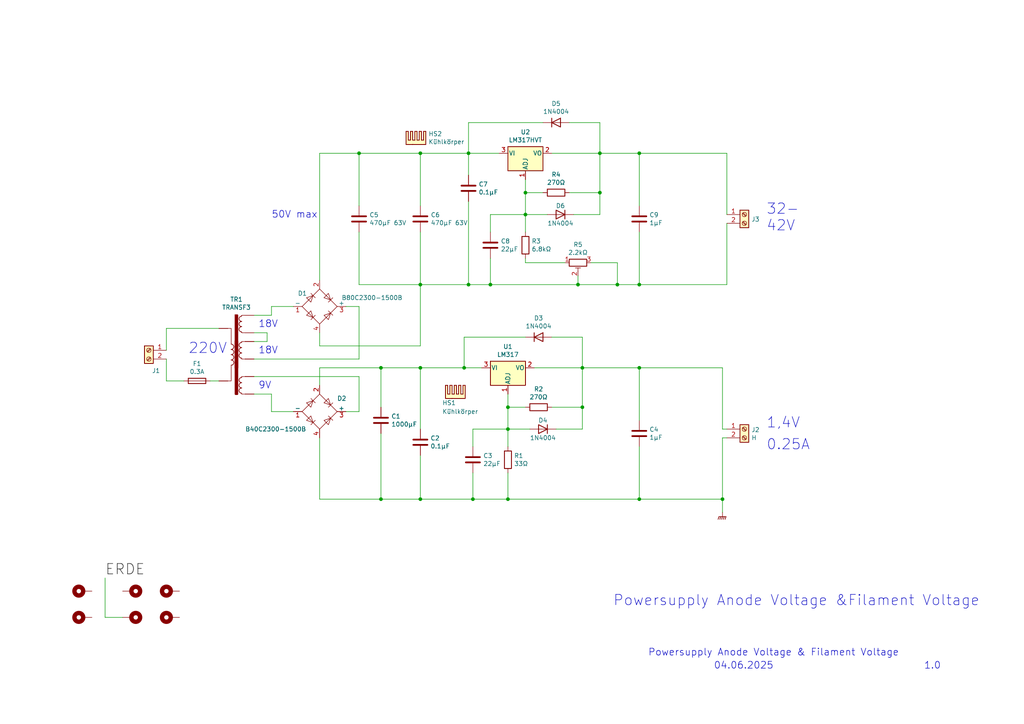
<source format=kicad_sch>
(kicad_sch (version 20250114) (generator "eeschema") (generator_version "9.0")
  (paper "A4")
  (lib_symbols
    (symbol "Connector:Screw_Terminal_01x02" (pin_names (offset 1.016) (hide yes))
      (property "Reference" "J" (at 0 2.54 0))
      (property "Value" "Screw_Terminal_01x02" (at 0 -5.08 0))
      (symbol "Screw_Terminal_01x02_1_1"
        (rectangle (start -1.27 1.27) (end 1.27 -3.81) (stroke (width 0.254)) (fill (type background)))
        (polyline (pts (xy -0.5334 0.3302) (xy 0.3302 -0.508)) (stroke (width 0.1524)))
        (polyline (pts (xy -0.5334 -2.2098) (xy 0.3302 -3.048)) (stroke (width 0.1524)))
        (polyline (pts (xy -0.3556 0.508) (xy 0.508 -0.3302)) (stroke (width 0.1524)))
        (polyline (pts (xy -0.3556 -2.032) (xy 0.508 -2.8702)) (stroke (width 0.1524)))
        (circle (center 0 0) (radius 0.635) (stroke (width 0.1524)))
        (circle (center 0 -2.54) (radius 0.635) (stroke (width 0.1524)))
        (pin passive line (at -5.08 0 0) (length 3.81) (name "Pin_1") (number "1"))
        (pin passive line (at -5.08 -2.54 0) (length 3.81) (name "Pin_2") (number "2"))
      )
    )
    (symbol "Device:C" (pin_numbers (hide yes)) (pin_names (offset 0.254))
      (property "Reference" "C" (at 0.635 2.54 0))
      (property "Value" "C" (at 0.635 -2.54 0))
      (symbol "C_0_1"
        (polyline (pts (xy -2.032 0.762) (xy 2.032 0.762)) (stroke (width 0.508)))
        (polyline (pts (xy -2.032 -0.762) (xy 2.032 -0.762)) (stroke (width 0.508)))
      )
      (symbol "C_1_1"
        (pin passive line (at 0 3.81 270) (length 2.794) (name "~") (number "1"))
        (pin passive line (at 0 -3.81 90) (length 2.794) (name "~") (number "2"))
      )
    )
    (symbol "Device:Fuse" (pin_numbers (hide yes)) (pin_names (offset 0))
      (property "Reference" "F" (at 2.032 0 90))
      (property "Value" "Fuse" (at -1.905 0 90))
      (symbol "Fuse_0_1"
        (rectangle (start -0.762 -2.54) (end 0.762 2.54) (stroke (width 0.254)))
        (polyline (pts (xy 0 2.54) (xy 0 -2.54)))
      )
      (symbol "Fuse_1_1"
        (pin passive line (at 0 3.81 270) (length 1.27) (name "~") (number "1"))
        (pin passive line (at 0 -3.81 90) (length 1.27) (name "~") (number "2"))
      )
    )
    (symbol "Device:R" (pin_numbers (hide yes)) (pin_names (offset 0))
      (property "Reference" "R" (at 2.032 0 90))
      (property "Value" "R" (at 0 0 90))
      (symbol "R_0_1"
        (rectangle (start -1.016 -2.54) (end 1.016 2.54) (stroke (width 0.254)))
      )
      (symbol "R_1_1"
        (pin passive line (at 0 3.81 270) (length 1.27) (name "~") (number "1"))
        (pin passive line (at 0 -3.81 90) (length 1.27) (name "~") (number "2"))
      )
    )
    (symbol "Device:R_Potentiometer_Trim" (pin_names (offset 1.016) (hide yes))
      (property "Reference" "RV" (at -4.445 0 90))
      (property "Value" "R_Potentiometer_Trim" (at -2.54 0 90))
      (symbol "R_Potentiometer_Trim_0_1"
        (rectangle (start 1.016 2.54) (end -1.016 -2.54) (stroke (width 0.254)))
        (polyline (pts (xy 1.524 0.762) (xy 1.524 -0.762)))
        (polyline (pts (xy 2.54 0) (xy 1.524 0)))
      )
      (symbol "R_Potentiometer_Trim_1_1"
        (pin passive line (at 0 3.81 270) (length 1.27) (name "1") (number "1"))
        (pin passive line (at 0 -3.81 90) (length 1.27) (name "3") (number "3"))
        (pin passive line (at 3.81 0 180) (length 1.27) (name "2") (number "2"))
      )
    )
    (symbol "Diode:1N4007" (pin_numbers (hide yes)) (pin_names (hide yes))
      (property "Reference" "D" (at 0 2.54 0))
      (property "Value" "1N4007" (at 0 -2.54 0))
      (symbol "1N4007_0_1"
        (polyline (pts (xy -1.27 1.27) (xy -1.27 -1.27)) (stroke (width 0.254)))
        (polyline (pts (xy 1.27 1.27) (xy 1.27 -1.27) (xy -1.27 0) (xy 1.27 1.27)) (stroke (width 0.254)))
        (polyline (pts (xy 1.27 0) (xy -1.27 0)))
      )
      (symbol "1N4007_1_1"
        (pin passive line (at -3.81 0 0) (length 2.54) (name "K") (number "1"))
        (pin passive line (at 3.81 0 180) (length 2.54) (name "A") (number "2"))
      )
    )
    (symbol "Diode_Bridge:B40C2300-1500B" (pin_names (offset 0))
      (property "Reference" "D" (at 2.54 6.985 0))
      (property "Value" "B40C2300-1500B" (at 2.54 5.08 0))
      (symbol "B40C2300-1500B_0_1"
        (polyline (pts (xy -5.08 0) (xy 0 -5.08) (xy 5.08 0) (xy 0 5.08) (xy -5.08 0)))
        (polyline (pts (xy -3.81 2.54) (xy -2.54 1.27) (xy -1.905 3.175) (xy -3.81 2.54)))
        (polyline (pts (xy -2.54 3.81) (xy -1.27 2.54)))
        (polyline (pts (xy -2.54 -1.27) (xy -3.81 -2.54) (xy -1.905 -3.175) (xy -2.54 -1.27)))
        (polyline (pts (xy -1.27 -2.54) (xy -2.54 -3.81)))
        (polyline (pts (xy 1.27 2.54) (xy 2.54 3.81) (xy 3.175 1.905) (xy 1.27 2.54)))
        (polyline (pts (xy 2.54 1.27) (xy 3.81 2.54)))
        (polyline (pts (xy 2.54 -1.27) (xy 3.81 -2.54)))
        (polyline (pts (xy 3.175 -1.905) (xy 1.27 -2.54) (xy 2.54 -3.81) (xy 3.175 -1.905)))
      )
      (symbol "B40C2300-1500B_1_1"
        (pin passive line (at -7.62 0 0) (length 2.54) (name "-") (number "1"))
        (pin passive line (at 0 7.62 270) (length 2.54) (name "~") (number "2"))
        (pin passive line (at 0 -7.62 90) (length 2.54) (name "~") (number "4"))
        (pin passive line (at 7.62 0 180) (length 2.54) (name "+") (number "3"))
      )
    )
    (symbol "Heatsink_1" (pin_names (offset 1.016)) (exclude_from_sim yes)
      (property "Reference" "HS" (at 0 5.08 0))
      (property "Value" "Heatsink" (at 0 -1.27 0))
      (symbol "Heatsink_1_0_1"
        (polyline (pts (xy -0.3302 1.27) (xy -0.9652 1.27) (xy -0.9652 3.81) (xy -1.6002 3.81) (xy -1.6002 1.27) (xy -2.2352 1.27) (xy -2.2352 3.81) (xy -2.8702 3.81) (xy -2.8702 0) (xy -0.9652 0)) (stroke (width 0.254)) (fill (type background)))
        (polyline (pts (xy -0.3302 1.27) (xy -0.3302 3.81) (xy 0.3048 3.81) (xy 0.3048 1.27) (xy 0.9398 1.27) (xy 0.9398 3.81) (xy 1.5748 3.81) (xy 1.5748 1.27) (xy 2.2098 1.27) (xy 2.2098 3.81) (xy 2.8448 3.81) (xy 2.8448 0) (xy -0.9652 0)) (stroke (width 0.254)) (fill (type background)))
      )
    )
    (symbol "Mechanical:Heatsink" (pin_names (offset 1.016)) (exclude_from_sim yes)
      (property "Reference" "HS" (at 0 5.08 0))
      (property "Value" "Heatsink" (at 0 -1.27 0))
      (symbol "Heatsink_0_1"
        (polyline (pts (xy -0.3302 1.27) (xy -0.9652 1.27) (xy -0.9652 3.81) (xy -1.6002 3.81) (xy -1.6002 1.27) (xy -2.2352 1.27) (xy -2.2352 3.81) (xy -2.8702 3.81) (xy -2.8702 0) (xy -0.9652 0)) (stroke (width 0.254)) (fill (type background)))
        (polyline (pts (xy -0.3302 1.27) (xy -0.3302 3.81) (xy 0.3048 3.81) (xy 0.3048 1.27) (xy 0.9398 1.27) (xy 0.9398 3.81) (xy 1.5748 3.81) (xy 1.5748 1.27) (xy 2.2098 1.27) (xy 2.2098 3.81) (xy 2.8448 3.81) (xy 2.8448 0) (xy -0.9652 0)) (stroke (width 0.254)) (fill (type background)))
      )
    )
    (symbol "Mechanical:MountingHole_Pad" (pin_numbers (hide yes)) (pin_names (offset 1.016) (hide yes)) (exclude_from_sim yes) (in_bom no)
      (property "Reference" "H" (at 0 6.35 0))
      (property "Value" "MountingHole_Pad" (at 0 4.445 0))
      (symbol "MountingHole_Pad_0_1"
        (circle (center 0 1.27) (radius 1.27) (stroke (width 1.27)))
      )
      (symbol "MountingHole_Pad_1_1"
        (pin input line (at 0 -2.54 90) (length 2.54) (name "1") (number "1"))
      )
    )
    (symbol "MountingHole_Pad_1" (pin_numbers (hide yes)) (pin_names (offset 1.016) (hide yes)) (exclude_from_sim yes) (in_bom no)
      (property "Reference" "H" (at 0 6.35 0))
      (property "Value" "MountingHole_Pad" (at 0 4.445 0))
      (symbol "MountingHole_Pad_1_0_1"
        (circle (center 0 1.27) (radius 1.27) (stroke (width 1.27)))
      )
      (symbol "MountingHole_Pad_1_1_1"
        (pin input line (at 0 -2.54 90) (length 2.54) (name "1") (number "1"))
      )
    )
    (symbol "MountingHole_Pad_2" (pin_numbers (hide yes)) (pin_names (offset 1.016) (hide yes)) (exclude_from_sim yes) (in_bom no)
      (property "Reference" "H" (at 0 6.35 0))
      (property "Value" "MountingHole_Pad" (at 0 4.445 0))
      (symbol "MountingHole_Pad_2_0_1"
        (circle (center 0 1.27) (radius 1.27) (stroke (width 1.27)))
      )
      (symbol "MountingHole_Pad_2_1_1"
        (pin input line (at 0 -2.54 90) (length 2.54) (name "1") (number "1"))
      )
    )
    (symbol "MountingHole_Pad_3" (pin_numbers (hide yes)) (pin_names (offset 1.016) (hide yes)) (exclude_from_sim yes) (in_bom no)
      (property "Reference" "H" (at 0 6.35 0))
      (property "Value" "MountingHole_Pad" (at 0 4.445 0))
      (symbol "MountingHole_Pad_3_0_1"
        (circle (center 0 1.27) (radius 1.27) (stroke (width 1.27)))
      )
      (symbol "MountingHole_Pad_3_1_1"
        (pin input line (at 0 -2.54 90) (length 2.54) (name "1") (number "1"))
      )
    )
    (symbol "MountingHole_Pad_4" (pin_numbers (hide yes)) (pin_names (offset 1.016) (hide yes)) (exclude_from_sim yes) (in_bom no)
      (property "Reference" "H" (at 0 6.35 0))
      (property "Value" "MountingHole_Pad" (at 0 4.445 0))
      (symbol "MountingHole_Pad_4_0_1"
        (circle (center 0 1.27) (radius 1.27) (stroke (width 1.27)))
      )
      (symbol "MountingHole_Pad_4_1_1"
        (pin input line (at 0 -2.54 90) (length 2.54) (name "1") (number "1"))
      )
    )
    (symbol "MountingHole_Pad_5" (pin_numbers (hide yes)) (pin_names (offset 1.016) (hide yes)) (exclude_from_sim yes) (in_bom no)
      (property "Reference" "H" (at 0 6.35 0))
      (property "Value" "MountingHole_Pad" (at 0 4.445 0))
      (symbol "MountingHole_Pad_5_0_1"
        (circle (center 0 1.27) (radius 1.27) (stroke (width 1.27)))
      )
      (symbol "MountingHole_Pad_5_1_1"
        (pin input line (at 0 -2.54 90) (length 2.54) (name "1") (number "1"))
      )
    )
    (symbol "Regulator_Linear:LM317_TO-220" (pin_names (offset 0.254))
      (property "Reference" "U" (at -3.81 3.175 0))
      (property "Value" "LM317_TO-220" (at 0 3.175 0))
      (symbol "LM317_TO-220_0_1"
        (rectangle (start -5.08 1.905) (end 5.08 -5.08) (stroke (width 0.254)) (fill (type background)))
      )
      (symbol "LM317_TO-220_1_1"
        (pin power_in line (at -7.62 0 0) (length 2.54) (name "VI") (number "3"))
        (pin input line (at 0 -7.62 90) (length 2.54) (name "ADJ") (number "1"))
        (pin power_out line (at 7.62 0 180) (length 2.54) (name "VO") (number "2"))
      )
    )
    (symbol "cbaurtx:GNDPWR" (power) (pin_numbers (hide yes)) (pin_names (offset 0) (hide yes))
      (property "Value" "GNDPWR" (at 0 -3.302 0))
      (symbol "GNDPWR_0_1"
        (polyline (pts (xy -1.016 -1.27) (xy -1.27 -2.032) (xy -1.27 -2.032)) (stroke (width 0.2032)))
        (polyline (pts (xy -0.508 -1.27) (xy -0.762 -2.032) (xy -0.762 -2.032)) (stroke (width 0.2032)))
        (polyline (pts (xy 0 -1.27) (xy 0 0)))
        (polyline (pts (xy 0 -1.27) (xy -0.254 -2.032) (xy -0.254 -2.032)) (stroke (width 0.2032)))
        (polyline (pts (xy 0.508 -1.27) (xy 0.254 -2.032) (xy 0.254 -2.032)) (stroke (width 0.2032)))
        (polyline (pts (xy 1.016 -1.27) (xy -1.016 -1.27) (xy -1.016 -1.27)) (stroke (width 0.2032)))
        (polyline (pts (xy 1.016 -1.27) (xy 0.762 -2.032) (xy 0.762 -2.032) (xy 0.762 -2.032)) (stroke (width 0.2032)))
      )
      (symbol "GNDPWR_1_1"
        (pin power_in line (at 0 0 270) (length 0) (hide yes) (name "GNDPWR") (number "1"))
      )
    )
    (symbol "cbaurtx:TRANSF3" (pin_numbers (hide yes)) (pin_names (offset 0))
      (property "Reference" "TR" (at 0 16.51 0))
      (property "Value" "TRANSF3" (at 0 -10.16 0))
      (symbol "TRANSF3_0_1"
        (polyline (pts (xy -2.54 -3.81) (xy -1.524 -3.81) (xy -1.524 0.762) (xy -1.524 -0.508)))
        (polyline (pts (xy -1.524 6.858) (xy -1.524 11.43) (xy -2.54 11.43)))
        (arc (start -1.524 6.858) (mid -0.762 6.096) (end -1.524 5.334) (stroke (width 0.2032)))
        (arc (start -1.524 5.334) (mid -0.762 4.572) (end -1.524 3.81) (stroke (width 0.2032)))
        (arc (start -1.524 3.81) (mid -0.762 3.048) (end -1.524 2.286) (stroke (width 0.2032)))
        (arc (start -1.524 2.286) (mid -0.762 1.524) (end -1.524 0.762) (stroke (width 0.2032)))
        (rectangle (start -0.254 7.62) (end 0.254 -7.62) (stroke (width 0.508)) (fill (type outline)))
        (polyline (pts (xy 1.524 7.62) (xy 1.524 7.366) (xy 1.524 7.366)) (fill (type outline)))
        (polyline (pts (xy 1.524 7.62) (xy 2.54 7.62) (xy 2.54 7.62)))
        (arc (start 1.524 5.842) (mid 0.762 6.604) (end 1.524 7.366) (stroke (width 0.2032)))
        (arc (start 1.524 4.318) (mid 0.762 5.08) (end 1.524 5.842) (stroke (width 0.2032)))
        (arc (start 1.524 2.794) (mid 0.762 3.556) (end 1.524 4.318) (stroke (width 0.2032)))
        (polyline (pts (xy 1.524 2.54) (xy 1.524 2.794) (xy 1.524 2.794)) (fill (type outline)))
        (polyline (pts (xy 1.524 2.54) (xy 2.54 2.54) (xy 2.54 2.54)))
        (polyline (pts (xy 1.524 -2.54) (xy 1.524 -2.794) (xy 1.524 -2.794)) (fill (type outline)))
        (polyline (pts (xy 1.524 -2.54) (xy 2.54 -2.54) (xy 2.54 -2.54)))
        (arc (start 1.524 -4.318) (mid 0.762 -3.556) (end 1.524 -2.794) (stroke (width 0.2032)))
        (arc (start 1.524 -5.842) (mid 0.762 -5.08) (end 1.524 -4.318) (stroke (width 0.2032)))
        (arc (start 1.524 -7.366) (mid 0.762 -6.604) (end 1.524 -5.842) (stroke (width 0.2032)))
        (polyline (pts (xy 1.524 -7.366) (xy 1.524 -7.62) (xy 1.524 -7.62)) (fill (type outline)))
        (polyline (pts (xy 2.54 -7.62) (xy 1.524 -7.62) (xy 1.524 -7.62)))
      )
      (symbol "TRANSF3_1_1"
        (rectangle (start -0.254 15.24) (end 0.254 0) (stroke (width 0.508)) (fill (type outline)))
        (polyline (pts (xy 1.524 15.24) (xy 1.524 14.986) (xy 1.524 14.986)) (fill (type outline)))
        (polyline (pts (xy 1.524 15.24) (xy 2.54 15.24) (xy 2.54 15.24)))
        (arc (start 1.524 13.462) (mid 0.762 14.224) (end 1.524 14.986) (stroke (width 0.2032)))
        (arc (start 1.524 11.938) (mid 0.762 12.7) (end 1.524 13.462) (stroke (width 0.2032)))
        (arc (start 1.524 10.414) (mid 0.762 11.176) (end 1.524 11.938) (stroke (width 0.2032)))
        (polyline (pts (xy 1.524 10.16) (xy 1.524 10.414) (xy 1.524 10.414)) (fill (type outline)))
        (polyline (pts (xy 1.524 10.16) (xy 2.54 10.16) (xy 2.54 10.16)))
        (pin passive line (at -5.08 11.43 0) (length 2.54) (name "~") (number "1"))
        (pin passive line (at -5.08 -3.81 0) (length 2.54) (name "~") (number "2"))
        (pin passive line (at 5.08 15.24 180) (length 2.54) (name "~") (number "3"))
        (pin passive line (at 5.08 10.16 180) (length 2.54) (name "~") (number "4"))
        (pin passive line (at 5.08 7.62 180) (length 2.54) (name "~") (number "5"))
        (pin passive line (at 5.08 2.54 180) (length 2.54) (name "~") (number "6"))
        (pin passive line (at 5.08 -2.54 180) (length 2.54) (name "~") (number "7"))
        (pin passive line (at 5.08 -7.62 180) (length 2.54) (name "~") (number "8"))
      )
    )
  )
  (text "50V max" (at 78.74 63.5 0) (effects (font (size 2.0066 2.0066)) (justify left bottom)))
  (text "Powersupply Anode Voltage & Filament Voltage" (at 187.96 190.5 0) (effects (font (size 2.0066 2.0066)) (justify left bottom)))
  (text "220V" (at 54.61 102.87 0) (effects (font (size 2.9972 2.9972)) (justify left bottom)))
  (text "1.0" (at 267.97 194.31 0) (effects (font (size 2.0066 2.0066)) (justify left bottom)))
  (text "04.06.2025\n" (at 207.01 194.31 0) (effects (font (size 2.0066 2.0066)) (justify left bottom)))
  (text "1,4V" (at 222.25 124.46 0) (effects (font (size 2.9972 2.9972)) (justify left bottom)))
  (text "9V" (at 74.93 113.03 0) (effects (font (size 2.0066 2.0066)) (justify left bottom)))
  (text "18V" (at 74.93 95.25 0) (effects (font (size 2.0066 2.0066)) (justify left bottom)))
  (text "0.25A" (at 222.25 130.81 0) (effects (font (size 2.9972 2.9972)) (justify left bottom)))
  (text "18V" (at 74.93 102.87 0) (effects (font (size 2.0066 2.0066)) (justify left bottom)))
  (text "Powersupply Anode Voltage &Filament Voltage " (at 177.8 176.022 0) (effects (font (size 2.9972 2.9972)) (justify left bottom)))
  (text "32-\n42V" (at 222.25 67.31 0) (effects (font (size 2.9972 2.9972)) (justify left bottom)))
  (junction (at 147.32 144.78))
  (junction (at 147.32 124.46))
  (junction (at 135.89 82.55))
  (junction (at 152.4 55.88))
  (junction (at 121.92 106.68))
  (junction (at 173.99 55.88))
  (junction (at 137.16 144.78))
  (junction (at 121.92 144.78))
  (junction (at 168.91 118.11))
  (junction (at 185.42 106.68))
  (junction (at 147.32 118.11))
  (junction (at 167.64 82.55))
  (junction (at 185.42 144.78))
  (junction (at 121.92 82.55))
  (junction (at 168.91 106.68))
  (junction (at 209.55 144.78))
  (junction (at 121.92 44.45))
  (junction (at 142.24 82.55))
  (junction (at 152.4 62.23))
  (junction (at 179.07 82.55))
  (junction (at 110.49 144.78))
  (junction (at 135.89 44.45))
  (junction (at 185.42 44.45))
  (junction (at 173.99 44.45))
  (junction (at 185.42 82.55))
  (junction (at 104.14 44.45))
  (junction (at 110.49 106.68))
  (junction (at 134.62 106.68))
  (wire (pts (xy 92.71 100.33) (xy 121.92 100.33)))
  (wire (pts (xy 134.62 106.68) (xy 139.7 106.68)))
  (wire (pts (xy 171.45 76.2) (xy 179.07 76.2)))
  (wire (pts (xy 168.91 106.68) (xy 185.42 106.68)))
  (wire (pts (xy 135.89 44.45) (xy 144.78 44.45)))
  (wire (pts (xy 173.99 55.88) (xy 173.99 44.45)))
  (wire (pts (xy 110.49 125.73) (xy 110.49 144.78)))
  (wire (pts (xy 142.24 62.23) (xy 152.4 62.23)))
  (wire (pts (xy 147.32 137.16) (xy 147.32 144.78)))
  (wire (pts (xy 185.42 44.45) (xy 210.82 44.45)))
  (wire (pts (xy 173.99 62.23) (xy 173.99 55.88)))
  (wire (pts (xy 134.62 97.79) (xy 152.4 97.79)))
  (wire (pts (xy 185.42 44.45) (xy 185.42 59.69)))
  (wire (pts (xy 142.24 74.93) (xy 142.24 82.55)))
  (wire (pts (xy 77.47 96.52) (xy 77.47 99.06)))
  (wire (pts (xy 158.75 62.23) (xy 152.4 62.23)))
  (wire (pts (xy 168.91 97.79) (xy 168.91 106.68)))
  (wire (pts (xy 209.55 144.78) (xy 209.55 148.59)))
  (wire (pts (xy 185.42 106.68) (xy 209.55 106.68)))
  (wire (pts (xy 142.24 82.55) (xy 167.64 82.55)))
  (wire (pts (xy 210.82 124.46) (xy 209.55 124.46)))
  (wire (pts (xy 152.4 55.88) (xy 157.48 55.88)))
  (wire (pts (xy 137.16 124.46) (xy 147.32 124.46)))
  (wire (pts (xy 168.91 118.11) (xy 168.91 106.68)))
  (wire (pts (xy 135.89 35.56) (xy 135.89 44.45)))
  (wire (pts (xy 121.92 67.31) (xy 121.92 82.55)))
  (wire (pts (xy 147.32 129.54) (xy 147.32 124.46)))
  (wire (pts (xy 104.14 119.38) (xy 100.33 119.38)))
  (wire (pts (xy 135.89 58.42) (xy 135.89 82.55)))
  (wire (pts (xy 168.91 124.46) (xy 168.91 118.11)))
  (wire (pts (xy 147.32 118.11) (xy 147.32 114.3)))
  (wire (pts (xy 60.96 110.49) (xy 63.5 110.49)))
  (wire (pts (xy 185.42 144.78) (xy 209.55 144.78)))
  (wire (pts (xy 161.29 124.46) (xy 168.91 124.46)))
  (wire (pts (xy 185.42 67.31) (xy 185.42 82.55)))
  (wire (pts (xy 173.99 35.56) (xy 173.99 44.45)))
  (wire (pts (xy 104.14 82.55) (xy 121.92 82.55)))
  (wire (pts (xy 77.47 99.06) (xy 73.66 99.06)))
  (wire (pts (xy 137.16 129.54) (xy 137.16 124.46)))
  (wire (pts (xy 48.26 110.49) (xy 53.34 110.49)))
  (wire (pts (xy 121.92 82.55) (xy 121.92 100.33)))
  (wire (pts (xy 121.92 44.45) (xy 121.92 59.69)))
  (wire (pts (xy 173.99 44.45) (xy 185.42 44.45)))
  (wire (pts (xy 30.48 179.07) (xy 35.56 179.07)))
  (wire (pts (xy 167.64 82.55) (xy 179.07 82.55)))
  (wire (pts (xy 179.07 82.55) (xy 185.42 82.55)))
  (wire (pts (xy 73.66 109.22) (xy 104.14 109.22)))
  (wire (pts (xy 185.42 82.55) (xy 210.82 82.55)))
  (wire (pts (xy 121.92 44.45) (xy 135.89 44.45)))
  (wire (pts (xy 110.49 106.68) (xy 121.92 106.68)))
  (wire (pts (xy 147.32 124.46) (xy 147.32 118.11)))
  (wire (pts (xy 92.71 106.68) (xy 92.71 111.76)))
  (wire (pts (xy 152.4 62.23) (xy 152.4 55.88)))
  (wire (pts (xy 165.1 55.88) (xy 173.99 55.88)))
  (wire (pts (xy 209.55 144.78) (xy 209.55 127)))
  (wire (pts (xy 160.02 97.79) (xy 168.91 97.79)))
  (wire (pts (xy 134.62 106.68) (xy 134.62 97.79)))
  (wire (pts (xy 153.67 124.46) (xy 147.32 124.46)))
  (wire (pts (xy 110.49 106.68) (xy 110.49 118.11)))
  (wire (pts (xy 168.91 106.68) (xy 154.94 106.68)))
  (wire (pts (xy 30.48 167.64) (xy 30.48 179.07)))
  (wire (pts (xy 92.71 44.45) (xy 92.71 81.28)))
  (wire (pts (xy 185.42 106.68) (xy 185.42 121.92)))
  (wire (pts (xy 92.71 44.45) (xy 104.14 44.45)))
  (wire (pts (xy 137.16 144.78) (xy 147.32 144.78)))
  (wire (pts (xy 210.82 64.77) (xy 210.82 82.55)))
  (wire (pts (xy 135.89 82.55) (xy 142.24 82.55)))
  (wire (pts (xy 92.71 127) (xy 92.71 144.78)))
  (wire (pts (xy 166.37 62.23) (xy 173.99 62.23)))
  (wire (pts (xy 147.32 118.11) (xy 152.4 118.11)))
  (wire (pts (xy 48.26 110.49) (xy 48.26 104.14)))
  (wire (pts (xy 173.99 44.45) (xy 160.02 44.45)))
  (wire (pts (xy 121.92 82.55) (xy 135.89 82.55)))
  (wire (pts (xy 121.92 124.46) (xy 121.92 106.68)))
  (wire (pts (xy 110.49 144.78) (xy 121.92 144.78)))
  (wire (pts (xy 152.4 55.88) (xy 152.4 52.07)))
  (wire (pts (xy 209.55 106.68) (xy 209.55 124.46)))
  (wire (pts (xy 73.66 91.44) (xy 78.74 91.44)))
  (wire (pts (xy 48.26 95.25) (xy 63.5 95.25)))
  (wire (pts (xy 135.89 50.8) (xy 135.89 44.45)))
  (wire (pts (xy 165.1 35.56) (xy 173.99 35.56)))
  (wire (pts (xy 104.14 88.9) (xy 100.33 88.9)))
  (wire (pts (xy 121.92 144.78) (xy 137.16 144.78)))
  (wire (pts (xy 160.02 118.11) (xy 168.91 118.11)))
  (wire (pts (xy 73.66 96.52) (xy 77.47 96.52)))
  (wire (pts (xy 104.14 59.69) (xy 104.14 44.45)))
  (wire (pts (xy 85.09 119.38) (xy 78.74 119.38)))
  (wire (pts (xy 167.64 80.01) (xy 167.64 82.55)))
  (wire (pts (xy 78.74 88.9) (xy 85.09 88.9)))
  (wire (pts (xy 179.07 76.2) (xy 179.07 82.55)))
  (wire (pts (xy 147.32 144.78) (xy 185.42 144.78)))
  (wire (pts (xy 48.26 95.25) (xy 48.26 101.6)))
  (wire (pts (xy 78.74 119.38) (xy 78.74 114.3)))
  (wire (pts (xy 121.92 106.68) (xy 134.62 106.68)))
  (wire (pts (xy 104.14 67.31) (xy 104.14 82.55)))
  (wire (pts (xy 104.14 44.45) (xy 121.92 44.45)))
  (wire (pts (xy 163.83 76.2) (xy 152.4 76.2)))
  (wire (pts (xy 92.71 96.52) (xy 92.71 100.33)))
  (wire (pts (xy 121.92 132.08) (xy 121.92 144.78)))
  (wire (pts (xy 210.82 44.45) (xy 210.82 62.23)))
  (wire (pts (xy 104.14 104.14) (xy 104.14 88.9)))
  (wire (pts (xy 92.71 144.78) (xy 110.49 144.78)))
  (wire (pts (xy 104.14 109.22) (xy 104.14 119.38)))
  (wire (pts (xy 152.4 76.2) (xy 152.4 74.93)))
  (wire (pts (xy 110.49 106.68) (xy 92.71 106.68)))
  (wire (pts (xy 152.4 67.31) (xy 152.4 62.23)))
  (wire (pts (xy 137.16 137.16) (xy 137.16 144.78)))
  (wire (pts (xy 73.66 104.14) (xy 104.14 104.14)))
  (wire (pts (xy 78.74 114.3) (xy 73.66 114.3)))
  (wire (pts (xy 135.89 35.56) (xy 157.48 35.56)))
  (wire (pts (xy 185.42 129.54) (xy 185.42 144.78)))
  (wire (pts (xy 142.24 67.31) (xy 142.24 62.23)))
  (wire (pts (xy 78.74 91.44) (xy 78.74 88.9)))
  (wire (pts (xy 210.82 127) (xy 209.55 127)))
  (label "ERDE" (at 30.48 167.64 0) (effects (font (size 2.9972 2.9972))))
  (symbol (lib_id "Device:C") (at 121.92 63.5 0) (unit 1)
    (property "Reference" "C6" (at 124.9172 62.3316 0) (effects (justify left)))
    (property "Value" "470µF 63V" (at 124.9172 64.643 0) (effects (justify left)))
    (property "Footprint" "Capacitor_THT:CP_Axial_L30.0mm_D15.0mm_P35.00mm_Horizontal" (effects (hide yes)))
  )
  (symbol (lib_id "Regulator_Linear:LM317_TO-220") (at 147.32 106.68 0) (unit 1)
    (property "Reference" "U1" (at 147.32 100.5332 0))
    (property "Value" "LM317" (at 147.32 102.8446 0))
    (property "Footprint" "Package_TO_SOT_THT:TO-220-3_Vertical" (effects (hide yes)))
    (property "Datasheet" "http://www.ti.com/lit/ds/symlink/lm317.pdf" (effects (hide yes)))
  )
  (symbol (lib_id "Device:C") (at 110.49 121.92 0) (unit 1)
    (property "Reference" "C1" (at 113.4872 120.7516 0) (effects (justify left)))
    (property "Value" "1000µF" (at 113.4872 123.063 0) (effects (justify left)))
    (property "Footprint" "Capacitor_THT:CP_Axial_L30.0mm_D15.0mm_P35.00mm_Horizontal" (effects (hide yes)))
  )
  (symbol (lib_id "Mechanical:MountingHole_Pad") (at 24.13 171.45 90) (unit 1)
    (property "Reference" "H1" (effects (hide yes)))
    (property "Value" "MountingHole_Pad" (effects (hide yes)))
    (property "Footprint" "MountingHole:MountingHole_4.3mm_M4_DIN965_Pad_TopOnly" (effects (hide yes)))
  )
  (symbol (lib_name "MountingHole_Pad_5") (lib_id "Mechanical:MountingHole_Pad") (at 24.13 179.07 90) (unit 1)
    (property "Reference" "H2" (effects (hide yes)))
    (property "Value" "MountingHole_Pad" (effects (hide yes)))
    (property "Footprint" "MountingHole:MountingHole_4.3mm_M4_DIN965_Pad_TopOnly" (effects (hide yes)))
  )
  (symbol (lib_name "MountingHole_Pad_4") (lib_id "Mechanical:MountingHole_Pad") (at 38.1 171.45 270) (unit 1)
    (property "Reference" "H3" (effects (hide yes)))
    (property "Value" "MountingHole_Pad" (effects (hide yes)))
    (property "Footprint" "MountingHole:MountingHole_4.3mm_M4_DIN965_Pad_TopOnly" (effects (hide yes)))
  )
  (symbol (lib_id "Device:R") (at 147.32 133.35 0) (unit 1)
    (property "Reference" "R1" (at 149.098 132.1816 0) (effects (justify left)))
    (property "Value" "33Ω" (at 149.098 134.493 0) (effects (justify left)))
    (property "Footprint" "Resistor_THT:R_Axial_DIN0414_L11.9mm_D4.5mm_P20.32mm_Horizontal" (effects (hide yes)))
  )
  (symbol (lib_name "MountingHole_Pad_3") (lib_id "Mechanical:MountingHole_Pad") (at 38.1 179.07 270) (unit 1)
    (property "Reference" "H4" (effects (hide yes)))
    (property "Value" "MountingHole_Pad" (effects (hide yes)))
    (property "Footprint" "MountingHole:MountingHole_4.3mm_M4_DIN965_Pad_TopOnly" (effects (hide yes)))
  )
  (symbol (lib_id "Device:R") (at 156.21 118.11 90) (unit 1)
    (property "Reference" "R2" (at 156.21 112.8522 90))
    (property "Value" "270Ω" (at 156.21 115.1636 90))
    (property "Footprint" "Resistor_THT:R_Axial_DIN0414_L11.9mm_D4.5mm_P20.32mm_Horizontal" (effects (hide yes)))
  )
  (symbol (lib_id "Diode:1N4007") (at 156.21 97.79 0) (unit 1)
    (property "Reference" "D3" (at 156.21 92.2782 0))
    (property "Value" "1N4004" (at 156.21 94.5896 0))
    (property "Footprint" "Diode_THT:D_DO-41_SOD81_P10.16mm_Horizontal" (effects (hide yes)))
    (property "Datasheet" "http://www.vishay.com/docs/88503/1n4001.pdf" (effects (hide yes)))
  )
  (symbol (lib_id "Diode:1N4007") (at 157.48 124.46 180) (unit 1)
    (property "Reference" "D4" (at 157.48 121.92 0))
    (property "Value" "1N4004" (at 157.48 127 0))
    (property "Footprint" "Diode_THT:D_DO-41_SOD81_P10.16mm_Horizontal" (effects (hide yes)))
    (property "Datasheet" "http://www.vishay.com/docs/88503/1n4001.pdf" (effects (hide yes)))
  )
  (symbol (lib_id "Connector:Screw_Terminal_01x02") (at 215.9 62.23 0) (unit 1)
    (property "Reference" "J3" (at 217.932 63.6016 0) (effects (justify left)))
    (property "Value" "L" (effects (hide yes)))
    (property "Footprint" "TerminalBlock:TerminalBlock_bornier-2_P5.08mm" (effects (hide yes)))
  )
  (symbol (lib_id "Device:C") (at 137.16 133.35 0) (unit 1)
    (property "Reference" "C3" (at 140.1572 132.1816 0) (effects (justify left)))
    (property "Value" "22µF" (at 140.1572 134.493 0) (effects (justify left)))
    (property "Footprint" "Capacitor_THT:CP_Axial_L18.0mm_D6.5mm_P25.00mm_Horizontal" (effects (hide yes)))
  )
  (symbol (lib_id "Connector:Screw_Terminal_01x02") (at 43.18 101.6 0) (mirror y) (unit 1)
    (property "Reference" "J1" (at 45.2628 107.5182 0))
    (property "Value" "Screw_Terminal_01x02" (effects (hide yes)))
    (property "Footprint" "TerminalBlock:TerminalBlock_bornier-2_P5.08mm" (effects (hide yes)))
  )
  (symbol (lib_id "Diode_Bridge:B40C2300-1500B") (at 92.71 119.38 0) (unit 1)
    (property "Reference" "D2" (at 97.79 115.57 0) (effects (justify left)))
    (property "Value" "B40C2300-1500B" (at 71.12 124.46 0) (effects (justify left)))
    (property "Footprint" "Diode_THT:Diode_Bridge_15.1x15.1x6.3mm_P10.9mm" (effects (hide yes)))
    (property "Datasheet" "https://diotec.com/tl_files/diotec/files/pdf/datasheets/b40c2300.pdf" (effects (hide yes)))
  )
  (symbol (lib_id "Mechanical:Heatsink") (at 120.65 41.91 0) (unit 1)
    (property "Reference" "HS2" (at 124.2568 38.8366 0) (effects (justify left)))
    (property "Value" "Kühlkörper" (at 124.2568 41.148 0) (effects (justify left)))
    (property "Footprint" "cbaurtx:Heartsink_TO220_ver" (effects (hide yes)))
  )
  (symbol (lib_name "Heatsink_1") (lib_id "Mechanical:Heatsink") (at 132.08 115.57 0) (unit 1)
    (property "Reference" "HS1" (at 128.27 116.84 0) (effects (justify left)))
    (property "Value" "Kühlkörper" (at 128.27 119.38 0) (effects (justify left)))
    (property "Footprint" "cbaurtx:Heartsink_TO220_ver" (effects (hide yes)))
  )
  (symbol (lib_id "Regulator_Linear:LM317_TO-220") (at 152.4 44.45 0) (unit 1)
    (property "Reference" "U2" (at 152.4 38.3032 0))
    (property "Value" "LM317HVT" (at 152.4 40.6146 0))
    (property "Footprint" "Package_TO_SOT_THT:TO-220-3_Vertical" (effects (hide yes)))
    (property "Datasheet" "http://www.ti.com/lit/ds/symlink/lm317.pdf" (effects (hide yes)))
  )
  (symbol (lib_id "Device:R") (at 152.4 71.12 0) (unit 1)
    (property "Reference" "R3" (at 154.178 69.9516 0) (effects (justify left)))
    (property "Value" "6.8kΩ" (at 154.178 72.263 0) (effects (justify left)))
    (property "Footprint" "Resistor_THT:R_Axial_DIN0414_L11.9mm_D4.5mm_P20.32mm_Horizontal" (effects (hide yes)))
  )
  (symbol (lib_id "Device:R") (at 161.29 55.88 90) (unit 1)
    (property "Reference" "R4" (at 161.29 50.6222 90))
    (property "Value" "270Ω" (at 161.29 52.9336 90))
    (property "Footprint" "Resistor_THT:R_Axial_DIN0414_L11.9mm_D4.5mm_P20.32mm_Horizontal" (effects (hide yes)))
  )
  (symbol (lib_id "Diode:1N4007") (at 161.29 35.56 0) (unit 1)
    (property "Reference" "D5" (at 161.29 30.0482 0))
    (property "Value" "1N4004" (at 161.29 32.3596 0))
    (property "Footprint" "Diode_THT:D_DO-41_SOD81_P10.16mm_Horizontal" (effects (hide yes)))
    (property "Datasheet" "http://www.vishay.com/docs/88503/1n4001.pdf" (effects (hide yes)))
  )
  (symbol (lib_id "Diode:1N4007") (at 162.56 62.23 180) (unit 1)
    (property "Reference" "D6" (at 162.56 59.69 0))
    (property "Value" "1N4004" (at 162.56 64.77 0))
    (property "Footprint" "Diode_THT:D_DO-41_SOD81_P10.16mm_Horizontal" (effects (hide yes)))
    (property "Datasheet" "http://www.vishay.com/docs/88503/1n4001.pdf" (effects (hide yes)))
  )
  (symbol (lib_id "Device:C") (at 142.24 71.12 0) (unit 1)
    (property "Reference" "C8" (at 145.2372 69.9516 0) (effects (justify left)))
    (property "Value" "22µF" (at 145.2372 72.263 0) (effects (justify left)))
    (property "Footprint" "Capacitor_THT:CP_Axial_L18.0mm_D6.5mm_P25.00mm_Horizontal" (effects (hide yes)))
  )
  (symbol (lib_id "Device:C") (at 104.14 63.5 0) (unit 1)
    (property "Reference" "C5" (at 107.1372 62.3316 0) (effects (justify left)))
    (property "Value" "470µF 63V" (at 107.1372 64.643 0) (effects (justify left)))
    (property "Footprint" "Capacitor_THT:CP_Axial_L30.0mm_D15.0mm_P35.00mm_Horizontal" (effects (hide yes)))
  )
  (symbol (lib_id "Connector:Screw_Terminal_01x02") (at 215.9 124.46 0) (unit 1)
    (property "Reference" "J2" (at 217.932 124.6632 0) (effects (justify left)))
    (property "Value" "H" (at 217.932 126.9746 0) (effects (justify left)))
    (property "Footprint" "TerminalBlock:TerminalBlock_bornier-2_P5.08mm" (effects (hide yes)))
  )
  (symbol (lib_id "Device:C") (at 185.42 63.5 0) (unit 1)
    (property "Reference" "C9" (at 188.341 62.3316 0) (effects (justify left)))
    (property "Value" "1µF" (at 188.341 64.643 0) (effects (justify left)))
    (property "Footprint" "Capacitor_THT:C_Rect_L13.5mm_W5.0mm_P10.00mm_FKS3_FKP3_MKS4" (effects (hide yes)))
  )
  (symbol (lib_id "Device:C") (at 185.42 125.73 0) (unit 1)
    (property "Reference" "C4" (at 188.341 124.5616 0) (effects (justify left)))
    (property "Value" "1µF" (at 188.341 126.873 0) (effects (justify left)))
    (property "Footprint" "Capacitor_THT:C_Rect_L13.5mm_W5.0mm_P10.00mm_FKS3_FKP3_MKS4" (effects (hide yes)))
  )
  (symbol (lib_id "Device:C") (at 121.92 128.27 0) (unit 1)
    (property "Reference" "C2" (at 124.841 127.1016 0) (effects (justify left)))
    (property "Value" "0.1µF" (at 124.841 129.413 0) (effects (justify left)))
    (property "Footprint" "Capacitor_THT:C_Rect_L7.0mm_W2.0mm_P5.00mm" (effects (hide yes)))
  )
  (symbol (lib_id "cbaurtx:TRANSF3") (at 68.58 106.68 0) (unit 1)
    (property "Reference" "TR1" (at 68.58 86.8426 0))
    (property "Value" "TRANSF3" (at 68.58 89.154 0))
    (property "Footprint" "cbaurtx:Transmformer_220V-18V_18V_9V" (effects (hide yes)))
  )
  (symbol (lib_name "MountingHole_Pad_2") (lib_id "Mechanical:MountingHole_Pad") (at 49.53 179.07 90) (unit 1)
    (property "Reference" "H6" (effects (hide yes)))
    (property "Value" "MountingHole_Pad" (effects (hide yes)))
    (property "Footprint" "MountingHole:MountingHole_4.3mm_M4_DIN965_Pad_TopOnly" (effects (hide yes)))
  )
  (symbol (lib_name "MountingHole_Pad_1") (lib_id "Mechanical:MountingHole_Pad") (at 49.53 171.45 90) (unit 1)
    (property "Reference" "H5" (effects (hide yes)))
    (property "Value" "MountingHole_Pad" (effects (hide yes)))
    (property "Footprint" "MountingHole:MountingHole_4.3mm_M4_DIN965_Pad_TopOnly" (effects (hide yes)))
  )
  (symbol (lib_id "Device:C") (at 135.89 54.61 0) (unit 1)
    (property "Reference" "C7" (at 138.811 53.4416 0) (effects (justify left)))
    (property "Value" "0.1µF" (at 138.811 55.753 0) (effects (justify left)))
    (property "Footprint" "Capacitor_THT:C_Rect_L7.0mm_W2.0mm_P5.00mm" (effects (hide yes)))
  )
  (symbol (lib_id "Diode_Bridge:B40C2300-1500B") (at 92.71 88.9 0) (unit 1)
    (property "Reference" "D1" (at 86.36 85.09 0) (effects (justify left)))
    (property "Value" "B80C2300-1500B" (at 99.06 86.36 0) (effects (justify left)))
    (property "Footprint" "Diode_THT:Diode_Bridge_15.1x15.1x6.3mm_P10.9mm" (effects (hide yes)))
    (property "Datasheet" "https://diotec.com/tl_files/diotec/files/pdf/datasheets/b40c2300.pdf" (effects (hide yes)))
  )
  (symbol (lib_id "Device:R_Potentiometer_Trim") (at 167.64 76.2 90) (mirror x) (unit 1)
    (property "Reference" "R5" (at 167.64 70.9422 90))
    (property "Value" "2.2kΩ" (at 167.64 73.2536 90))
    (property "Footprint" "Potentiometer_THT:Potentiometer_ACP_CA14V-15_Vertical" (effects (hide yes)))
    (property "Description" "Trim-potentiometer" (effects (hide yes)))
  )
  (symbol (lib_id "Device:Fuse") (at 57.15 110.49 270) (unit 1)
    (property "Reference" "F1" (at 57.15 105.4862 90))
    (property "Value" "0.3A" (at 57.15 107.7976 90))
    (property "Footprint" "cbaurtx:Fuseholder_Cylinder-5x20mm" (effects (hide yes)))
  )
  (symbol (lib_id "cbaurtx:GNDPWR") (at 209.55 148.59 0) (unit 1)
    (property "Reference" "#PWR?" (effects (hide yes)))
    (property "Value" "GNDPWR" (effects (hide yes)))
  )
)
</source>
